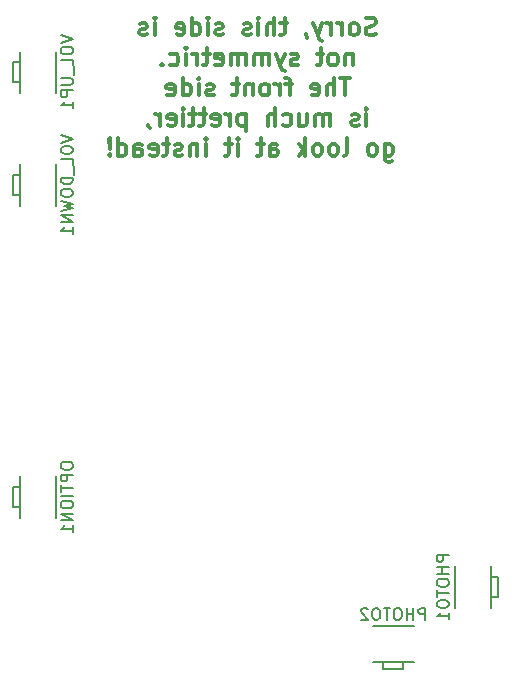
<source format=gbo>
%TF.GenerationSoftware,KiCad,Pcbnew,4.0.4-stable*%
%TF.CreationDate,2017-01-23T22:58:05+02:00*%
%TF.ProjectId,keypad_prototype,6B65797061645F70726F746F74797065,rev?*%
%TF.FileFunction,Legend,Bot*%
%FSLAX46Y46*%
G04 Gerber Fmt 4.6, Leading zero omitted, Abs format (unit mm)*
G04 Created by KiCad (PCBNEW 4.0.4-stable) date 01/23/17 22:58:05*
%MOMM*%
%LPD*%
G01*
G04 APERTURE LIST*
%ADD10C,0.100000*%
%ADD11C,0.300000*%
%ADD12C,0.150000*%
G04 APERTURE END LIST*
D10*
D11*
X178719429Y-111839143D02*
X178505143Y-111910571D01*
X178148000Y-111910571D01*
X178005143Y-111839143D01*
X177933714Y-111767714D01*
X177862286Y-111624857D01*
X177862286Y-111482000D01*
X177933714Y-111339143D01*
X178005143Y-111267714D01*
X178148000Y-111196286D01*
X178433714Y-111124857D01*
X178576572Y-111053429D01*
X178648000Y-110982000D01*
X178719429Y-110839143D01*
X178719429Y-110696286D01*
X178648000Y-110553429D01*
X178576572Y-110482000D01*
X178433714Y-110410571D01*
X178076572Y-110410571D01*
X177862286Y-110482000D01*
X177005143Y-111910571D02*
X177148001Y-111839143D01*
X177219429Y-111767714D01*
X177290858Y-111624857D01*
X177290858Y-111196286D01*
X177219429Y-111053429D01*
X177148001Y-110982000D01*
X177005143Y-110910571D01*
X176790858Y-110910571D01*
X176648001Y-110982000D01*
X176576572Y-111053429D01*
X176505143Y-111196286D01*
X176505143Y-111624857D01*
X176576572Y-111767714D01*
X176648001Y-111839143D01*
X176790858Y-111910571D01*
X177005143Y-111910571D01*
X175862286Y-111910571D02*
X175862286Y-110910571D01*
X175862286Y-111196286D02*
X175790858Y-111053429D01*
X175719429Y-110982000D01*
X175576572Y-110910571D01*
X175433715Y-110910571D01*
X174933715Y-111910571D02*
X174933715Y-110910571D01*
X174933715Y-111196286D02*
X174862287Y-111053429D01*
X174790858Y-110982000D01*
X174648001Y-110910571D01*
X174505144Y-110910571D01*
X174148001Y-110910571D02*
X173790858Y-111910571D01*
X173433716Y-110910571D02*
X173790858Y-111910571D01*
X173933716Y-112267714D01*
X174005144Y-112339143D01*
X174148001Y-112410571D01*
X172790859Y-111839143D02*
X172790859Y-111910571D01*
X172862287Y-112053429D01*
X172933716Y-112124857D01*
X171219430Y-110910571D02*
X170648001Y-110910571D01*
X171005144Y-110410571D02*
X171005144Y-111696286D01*
X170933716Y-111839143D01*
X170790858Y-111910571D01*
X170648001Y-111910571D01*
X170148001Y-111910571D02*
X170148001Y-110410571D01*
X169505144Y-111910571D02*
X169505144Y-111124857D01*
X169576573Y-110982000D01*
X169719430Y-110910571D01*
X169933715Y-110910571D01*
X170076573Y-110982000D01*
X170148001Y-111053429D01*
X168790858Y-111910571D02*
X168790858Y-110910571D01*
X168790858Y-110410571D02*
X168862287Y-110482000D01*
X168790858Y-110553429D01*
X168719430Y-110482000D01*
X168790858Y-110410571D01*
X168790858Y-110553429D01*
X168148001Y-111839143D02*
X168005144Y-111910571D01*
X167719429Y-111910571D01*
X167576572Y-111839143D01*
X167505144Y-111696286D01*
X167505144Y-111624857D01*
X167576572Y-111482000D01*
X167719429Y-111410571D01*
X167933715Y-111410571D01*
X168076572Y-111339143D01*
X168148001Y-111196286D01*
X168148001Y-111124857D01*
X168076572Y-110982000D01*
X167933715Y-110910571D01*
X167719429Y-110910571D01*
X167576572Y-110982000D01*
X165790858Y-111839143D02*
X165648001Y-111910571D01*
X165362286Y-111910571D01*
X165219429Y-111839143D01*
X165148001Y-111696286D01*
X165148001Y-111624857D01*
X165219429Y-111482000D01*
X165362286Y-111410571D01*
X165576572Y-111410571D01*
X165719429Y-111339143D01*
X165790858Y-111196286D01*
X165790858Y-111124857D01*
X165719429Y-110982000D01*
X165576572Y-110910571D01*
X165362286Y-110910571D01*
X165219429Y-110982000D01*
X164505143Y-111910571D02*
X164505143Y-110910571D01*
X164505143Y-110410571D02*
X164576572Y-110482000D01*
X164505143Y-110553429D01*
X164433715Y-110482000D01*
X164505143Y-110410571D01*
X164505143Y-110553429D01*
X163148000Y-111910571D02*
X163148000Y-110410571D01*
X163148000Y-111839143D02*
X163290857Y-111910571D01*
X163576571Y-111910571D01*
X163719429Y-111839143D01*
X163790857Y-111767714D01*
X163862286Y-111624857D01*
X163862286Y-111196286D01*
X163790857Y-111053429D01*
X163719429Y-110982000D01*
X163576571Y-110910571D01*
X163290857Y-110910571D01*
X163148000Y-110982000D01*
X161862286Y-111839143D02*
X162005143Y-111910571D01*
X162290857Y-111910571D01*
X162433714Y-111839143D01*
X162505143Y-111696286D01*
X162505143Y-111124857D01*
X162433714Y-110982000D01*
X162290857Y-110910571D01*
X162005143Y-110910571D01*
X161862286Y-110982000D01*
X161790857Y-111124857D01*
X161790857Y-111267714D01*
X162505143Y-111410571D01*
X160005143Y-111910571D02*
X160005143Y-110910571D01*
X160005143Y-110410571D02*
X160076572Y-110482000D01*
X160005143Y-110553429D01*
X159933715Y-110482000D01*
X160005143Y-110410571D01*
X160005143Y-110553429D01*
X159362286Y-111839143D02*
X159219429Y-111910571D01*
X158933714Y-111910571D01*
X158790857Y-111839143D01*
X158719429Y-111696286D01*
X158719429Y-111624857D01*
X158790857Y-111482000D01*
X158933714Y-111410571D01*
X159148000Y-111410571D01*
X159290857Y-111339143D01*
X159362286Y-111196286D01*
X159362286Y-111124857D01*
X159290857Y-110982000D01*
X159148000Y-110910571D01*
X158933714Y-110910571D01*
X158790857Y-110982000D01*
X176790857Y-113460571D02*
X176790857Y-114460571D01*
X176790857Y-113603429D02*
X176719429Y-113532000D01*
X176576571Y-113460571D01*
X176362286Y-113460571D01*
X176219429Y-113532000D01*
X176148000Y-113674857D01*
X176148000Y-114460571D01*
X175219428Y-114460571D02*
X175362286Y-114389143D01*
X175433714Y-114317714D01*
X175505143Y-114174857D01*
X175505143Y-113746286D01*
X175433714Y-113603429D01*
X175362286Y-113532000D01*
X175219428Y-113460571D01*
X175005143Y-113460571D01*
X174862286Y-113532000D01*
X174790857Y-113603429D01*
X174719428Y-113746286D01*
X174719428Y-114174857D01*
X174790857Y-114317714D01*
X174862286Y-114389143D01*
X175005143Y-114460571D01*
X175219428Y-114460571D01*
X174290857Y-113460571D02*
X173719428Y-113460571D01*
X174076571Y-112960571D02*
X174076571Y-114246286D01*
X174005143Y-114389143D01*
X173862285Y-114460571D01*
X173719428Y-114460571D01*
X172148000Y-114389143D02*
X172005143Y-114460571D01*
X171719428Y-114460571D01*
X171576571Y-114389143D01*
X171505143Y-114246286D01*
X171505143Y-114174857D01*
X171576571Y-114032000D01*
X171719428Y-113960571D01*
X171933714Y-113960571D01*
X172076571Y-113889143D01*
X172148000Y-113746286D01*
X172148000Y-113674857D01*
X172076571Y-113532000D01*
X171933714Y-113460571D01*
X171719428Y-113460571D01*
X171576571Y-113532000D01*
X171005142Y-113460571D02*
X170647999Y-114460571D01*
X170290857Y-113460571D02*
X170647999Y-114460571D01*
X170790857Y-114817714D01*
X170862285Y-114889143D01*
X171005142Y-114960571D01*
X169719428Y-114460571D02*
X169719428Y-113460571D01*
X169719428Y-113603429D02*
X169648000Y-113532000D01*
X169505142Y-113460571D01*
X169290857Y-113460571D01*
X169148000Y-113532000D01*
X169076571Y-113674857D01*
X169076571Y-114460571D01*
X169076571Y-113674857D02*
X169005142Y-113532000D01*
X168862285Y-113460571D01*
X168648000Y-113460571D01*
X168505142Y-113532000D01*
X168433714Y-113674857D01*
X168433714Y-114460571D01*
X167719428Y-114460571D02*
X167719428Y-113460571D01*
X167719428Y-113603429D02*
X167648000Y-113532000D01*
X167505142Y-113460571D01*
X167290857Y-113460571D01*
X167148000Y-113532000D01*
X167076571Y-113674857D01*
X167076571Y-114460571D01*
X167076571Y-113674857D02*
X167005142Y-113532000D01*
X166862285Y-113460571D01*
X166648000Y-113460571D01*
X166505142Y-113532000D01*
X166433714Y-113674857D01*
X166433714Y-114460571D01*
X165148000Y-114389143D02*
X165290857Y-114460571D01*
X165576571Y-114460571D01*
X165719428Y-114389143D01*
X165790857Y-114246286D01*
X165790857Y-113674857D01*
X165719428Y-113532000D01*
X165576571Y-113460571D01*
X165290857Y-113460571D01*
X165148000Y-113532000D01*
X165076571Y-113674857D01*
X165076571Y-113817714D01*
X165790857Y-113960571D01*
X164648000Y-113460571D02*
X164076571Y-113460571D01*
X164433714Y-112960571D02*
X164433714Y-114246286D01*
X164362286Y-114389143D01*
X164219428Y-114460571D01*
X164076571Y-114460571D01*
X163576571Y-114460571D02*
X163576571Y-113460571D01*
X163576571Y-113746286D02*
X163505143Y-113603429D01*
X163433714Y-113532000D01*
X163290857Y-113460571D01*
X163148000Y-113460571D01*
X162648000Y-114460571D02*
X162648000Y-113460571D01*
X162648000Y-112960571D02*
X162719429Y-113032000D01*
X162648000Y-113103429D01*
X162576572Y-113032000D01*
X162648000Y-112960571D01*
X162648000Y-113103429D01*
X161290857Y-114389143D02*
X161433714Y-114460571D01*
X161719428Y-114460571D01*
X161862286Y-114389143D01*
X161933714Y-114317714D01*
X162005143Y-114174857D01*
X162005143Y-113746286D01*
X161933714Y-113603429D01*
X161862286Y-113532000D01*
X161719428Y-113460571D01*
X161433714Y-113460571D01*
X161290857Y-113532000D01*
X160648000Y-114317714D02*
X160576572Y-114389143D01*
X160648000Y-114460571D01*
X160719429Y-114389143D01*
X160648000Y-114317714D01*
X160648000Y-114460571D01*
X176576571Y-115510571D02*
X175719428Y-115510571D01*
X176147999Y-117010571D02*
X176147999Y-115510571D01*
X175219428Y-117010571D02*
X175219428Y-115510571D01*
X174576571Y-117010571D02*
X174576571Y-116224857D01*
X174648000Y-116082000D01*
X174790857Y-116010571D01*
X175005142Y-116010571D01*
X175148000Y-116082000D01*
X175219428Y-116153429D01*
X173290857Y-116939143D02*
X173433714Y-117010571D01*
X173719428Y-117010571D01*
X173862285Y-116939143D01*
X173933714Y-116796286D01*
X173933714Y-116224857D01*
X173862285Y-116082000D01*
X173719428Y-116010571D01*
X173433714Y-116010571D01*
X173290857Y-116082000D01*
X173219428Y-116224857D01*
X173219428Y-116367714D01*
X173933714Y-116510571D01*
X171648000Y-116010571D02*
X171076571Y-116010571D01*
X171433714Y-117010571D02*
X171433714Y-115724857D01*
X171362286Y-115582000D01*
X171219428Y-115510571D01*
X171076571Y-115510571D01*
X170576571Y-117010571D02*
X170576571Y-116010571D01*
X170576571Y-116296286D02*
X170505143Y-116153429D01*
X170433714Y-116082000D01*
X170290857Y-116010571D01*
X170148000Y-116010571D01*
X169433714Y-117010571D02*
X169576572Y-116939143D01*
X169648000Y-116867714D01*
X169719429Y-116724857D01*
X169719429Y-116296286D01*
X169648000Y-116153429D01*
X169576572Y-116082000D01*
X169433714Y-116010571D01*
X169219429Y-116010571D01*
X169076572Y-116082000D01*
X169005143Y-116153429D01*
X168933714Y-116296286D01*
X168933714Y-116724857D01*
X169005143Y-116867714D01*
X169076572Y-116939143D01*
X169219429Y-117010571D01*
X169433714Y-117010571D01*
X168290857Y-116010571D02*
X168290857Y-117010571D01*
X168290857Y-116153429D02*
X168219429Y-116082000D01*
X168076571Y-116010571D01*
X167862286Y-116010571D01*
X167719429Y-116082000D01*
X167648000Y-116224857D01*
X167648000Y-117010571D01*
X167148000Y-116010571D02*
X166576571Y-116010571D01*
X166933714Y-115510571D02*
X166933714Y-116796286D01*
X166862286Y-116939143D01*
X166719428Y-117010571D01*
X166576571Y-117010571D01*
X165005143Y-116939143D02*
X164862286Y-117010571D01*
X164576571Y-117010571D01*
X164433714Y-116939143D01*
X164362286Y-116796286D01*
X164362286Y-116724857D01*
X164433714Y-116582000D01*
X164576571Y-116510571D01*
X164790857Y-116510571D01*
X164933714Y-116439143D01*
X165005143Y-116296286D01*
X165005143Y-116224857D01*
X164933714Y-116082000D01*
X164790857Y-116010571D01*
X164576571Y-116010571D01*
X164433714Y-116082000D01*
X163719428Y-117010571D02*
X163719428Y-116010571D01*
X163719428Y-115510571D02*
X163790857Y-115582000D01*
X163719428Y-115653429D01*
X163648000Y-115582000D01*
X163719428Y-115510571D01*
X163719428Y-115653429D01*
X162362285Y-117010571D02*
X162362285Y-115510571D01*
X162362285Y-116939143D02*
X162505142Y-117010571D01*
X162790856Y-117010571D01*
X162933714Y-116939143D01*
X163005142Y-116867714D01*
X163076571Y-116724857D01*
X163076571Y-116296286D01*
X163005142Y-116153429D01*
X162933714Y-116082000D01*
X162790856Y-116010571D01*
X162505142Y-116010571D01*
X162362285Y-116082000D01*
X161076571Y-116939143D02*
X161219428Y-117010571D01*
X161505142Y-117010571D01*
X161647999Y-116939143D01*
X161719428Y-116796286D01*
X161719428Y-116224857D01*
X161647999Y-116082000D01*
X161505142Y-116010571D01*
X161219428Y-116010571D01*
X161076571Y-116082000D01*
X161005142Y-116224857D01*
X161005142Y-116367714D01*
X161719428Y-116510571D01*
X177933714Y-119560571D02*
X177933714Y-118560571D01*
X177933714Y-118060571D02*
X178005143Y-118132000D01*
X177933714Y-118203429D01*
X177862286Y-118132000D01*
X177933714Y-118060571D01*
X177933714Y-118203429D01*
X177290857Y-119489143D02*
X177148000Y-119560571D01*
X176862285Y-119560571D01*
X176719428Y-119489143D01*
X176648000Y-119346286D01*
X176648000Y-119274857D01*
X176719428Y-119132000D01*
X176862285Y-119060571D01*
X177076571Y-119060571D01*
X177219428Y-118989143D01*
X177290857Y-118846286D01*
X177290857Y-118774857D01*
X177219428Y-118632000D01*
X177076571Y-118560571D01*
X176862285Y-118560571D01*
X176719428Y-118632000D01*
X174862285Y-119560571D02*
X174862285Y-118560571D01*
X174862285Y-118703429D02*
X174790857Y-118632000D01*
X174647999Y-118560571D01*
X174433714Y-118560571D01*
X174290857Y-118632000D01*
X174219428Y-118774857D01*
X174219428Y-119560571D01*
X174219428Y-118774857D02*
X174147999Y-118632000D01*
X174005142Y-118560571D01*
X173790857Y-118560571D01*
X173647999Y-118632000D01*
X173576571Y-118774857D01*
X173576571Y-119560571D01*
X172219428Y-118560571D02*
X172219428Y-119560571D01*
X172862285Y-118560571D02*
X172862285Y-119346286D01*
X172790857Y-119489143D01*
X172647999Y-119560571D01*
X172433714Y-119560571D01*
X172290857Y-119489143D01*
X172219428Y-119417714D01*
X170862285Y-119489143D02*
X171005142Y-119560571D01*
X171290856Y-119560571D01*
X171433714Y-119489143D01*
X171505142Y-119417714D01*
X171576571Y-119274857D01*
X171576571Y-118846286D01*
X171505142Y-118703429D01*
X171433714Y-118632000D01*
X171290856Y-118560571D01*
X171005142Y-118560571D01*
X170862285Y-118632000D01*
X170219428Y-119560571D02*
X170219428Y-118060571D01*
X169576571Y-119560571D02*
X169576571Y-118774857D01*
X169648000Y-118632000D01*
X169790857Y-118560571D01*
X170005142Y-118560571D01*
X170148000Y-118632000D01*
X170219428Y-118703429D01*
X167719428Y-118560571D02*
X167719428Y-120060571D01*
X167719428Y-118632000D02*
X167576571Y-118560571D01*
X167290857Y-118560571D01*
X167148000Y-118632000D01*
X167076571Y-118703429D01*
X167005142Y-118846286D01*
X167005142Y-119274857D01*
X167076571Y-119417714D01*
X167148000Y-119489143D01*
X167290857Y-119560571D01*
X167576571Y-119560571D01*
X167719428Y-119489143D01*
X166362285Y-119560571D02*
X166362285Y-118560571D01*
X166362285Y-118846286D02*
X166290857Y-118703429D01*
X166219428Y-118632000D01*
X166076571Y-118560571D01*
X165933714Y-118560571D01*
X164862286Y-119489143D02*
X165005143Y-119560571D01*
X165290857Y-119560571D01*
X165433714Y-119489143D01*
X165505143Y-119346286D01*
X165505143Y-118774857D01*
X165433714Y-118632000D01*
X165290857Y-118560571D01*
X165005143Y-118560571D01*
X164862286Y-118632000D01*
X164790857Y-118774857D01*
X164790857Y-118917714D01*
X165505143Y-119060571D01*
X164362286Y-118560571D02*
X163790857Y-118560571D01*
X164148000Y-118060571D02*
X164148000Y-119346286D01*
X164076572Y-119489143D01*
X163933714Y-119560571D01*
X163790857Y-119560571D01*
X163505143Y-118560571D02*
X162933714Y-118560571D01*
X163290857Y-118060571D02*
X163290857Y-119346286D01*
X163219429Y-119489143D01*
X163076571Y-119560571D01*
X162933714Y-119560571D01*
X162433714Y-119560571D02*
X162433714Y-118560571D01*
X162433714Y-118060571D02*
X162505143Y-118132000D01*
X162433714Y-118203429D01*
X162362286Y-118132000D01*
X162433714Y-118060571D01*
X162433714Y-118203429D01*
X161148000Y-119489143D02*
X161290857Y-119560571D01*
X161576571Y-119560571D01*
X161719428Y-119489143D01*
X161790857Y-119346286D01*
X161790857Y-118774857D01*
X161719428Y-118632000D01*
X161576571Y-118560571D01*
X161290857Y-118560571D01*
X161148000Y-118632000D01*
X161076571Y-118774857D01*
X161076571Y-118917714D01*
X161790857Y-119060571D01*
X160433714Y-119560571D02*
X160433714Y-118560571D01*
X160433714Y-118846286D02*
X160362286Y-118703429D01*
X160290857Y-118632000D01*
X160148000Y-118560571D01*
X160005143Y-118560571D01*
X159433715Y-119489143D02*
X159433715Y-119560571D01*
X159505143Y-119703429D01*
X159576572Y-119774857D01*
X179469429Y-121110571D02*
X179469429Y-122324857D01*
X179540858Y-122467714D01*
X179612286Y-122539143D01*
X179755143Y-122610571D01*
X179969429Y-122610571D01*
X180112286Y-122539143D01*
X179469429Y-122039143D02*
X179612286Y-122110571D01*
X179898000Y-122110571D01*
X180040858Y-122039143D01*
X180112286Y-121967714D01*
X180183715Y-121824857D01*
X180183715Y-121396286D01*
X180112286Y-121253429D01*
X180040858Y-121182000D01*
X179898000Y-121110571D01*
X179612286Y-121110571D01*
X179469429Y-121182000D01*
X178540857Y-122110571D02*
X178683715Y-122039143D01*
X178755143Y-121967714D01*
X178826572Y-121824857D01*
X178826572Y-121396286D01*
X178755143Y-121253429D01*
X178683715Y-121182000D01*
X178540857Y-121110571D01*
X178326572Y-121110571D01*
X178183715Y-121182000D01*
X178112286Y-121253429D01*
X178040857Y-121396286D01*
X178040857Y-121824857D01*
X178112286Y-121967714D01*
X178183715Y-122039143D01*
X178326572Y-122110571D01*
X178540857Y-122110571D01*
X176040857Y-122110571D02*
X176183715Y-122039143D01*
X176255143Y-121896286D01*
X176255143Y-120610571D01*
X175255143Y-122110571D02*
X175398001Y-122039143D01*
X175469429Y-121967714D01*
X175540858Y-121824857D01*
X175540858Y-121396286D01*
X175469429Y-121253429D01*
X175398001Y-121182000D01*
X175255143Y-121110571D01*
X175040858Y-121110571D01*
X174898001Y-121182000D01*
X174826572Y-121253429D01*
X174755143Y-121396286D01*
X174755143Y-121824857D01*
X174826572Y-121967714D01*
X174898001Y-122039143D01*
X175040858Y-122110571D01*
X175255143Y-122110571D01*
X173898000Y-122110571D02*
X174040858Y-122039143D01*
X174112286Y-121967714D01*
X174183715Y-121824857D01*
X174183715Y-121396286D01*
X174112286Y-121253429D01*
X174040858Y-121182000D01*
X173898000Y-121110571D01*
X173683715Y-121110571D01*
X173540858Y-121182000D01*
X173469429Y-121253429D01*
X173398000Y-121396286D01*
X173398000Y-121824857D01*
X173469429Y-121967714D01*
X173540858Y-122039143D01*
X173683715Y-122110571D01*
X173898000Y-122110571D01*
X172755143Y-122110571D02*
X172755143Y-120610571D01*
X172612286Y-121539143D02*
X172183715Y-122110571D01*
X172183715Y-121110571D02*
X172755143Y-121682000D01*
X169755143Y-122110571D02*
X169755143Y-121324857D01*
X169826572Y-121182000D01*
X169969429Y-121110571D01*
X170255143Y-121110571D01*
X170398000Y-121182000D01*
X169755143Y-122039143D02*
X169898000Y-122110571D01*
X170255143Y-122110571D01*
X170398000Y-122039143D01*
X170469429Y-121896286D01*
X170469429Y-121753429D01*
X170398000Y-121610571D01*
X170255143Y-121539143D01*
X169898000Y-121539143D01*
X169755143Y-121467714D01*
X169255143Y-121110571D02*
X168683714Y-121110571D01*
X169040857Y-120610571D02*
X169040857Y-121896286D01*
X168969429Y-122039143D01*
X168826571Y-122110571D01*
X168683714Y-122110571D01*
X167040857Y-122110571D02*
X167040857Y-121110571D01*
X167040857Y-120610571D02*
X167112286Y-120682000D01*
X167040857Y-120753429D01*
X166969429Y-120682000D01*
X167040857Y-120610571D01*
X167040857Y-120753429D01*
X166540857Y-121110571D02*
X165969428Y-121110571D01*
X166326571Y-120610571D02*
X166326571Y-121896286D01*
X166255143Y-122039143D01*
X166112285Y-122110571D01*
X165969428Y-122110571D01*
X164326571Y-122110571D02*
X164326571Y-121110571D01*
X164326571Y-120610571D02*
X164398000Y-120682000D01*
X164326571Y-120753429D01*
X164255143Y-120682000D01*
X164326571Y-120610571D01*
X164326571Y-120753429D01*
X163612285Y-121110571D02*
X163612285Y-122110571D01*
X163612285Y-121253429D02*
X163540857Y-121182000D01*
X163397999Y-121110571D01*
X163183714Y-121110571D01*
X163040857Y-121182000D01*
X162969428Y-121324857D01*
X162969428Y-122110571D01*
X162326571Y-122039143D02*
X162183714Y-122110571D01*
X161897999Y-122110571D01*
X161755142Y-122039143D01*
X161683714Y-121896286D01*
X161683714Y-121824857D01*
X161755142Y-121682000D01*
X161897999Y-121610571D01*
X162112285Y-121610571D01*
X162255142Y-121539143D01*
X162326571Y-121396286D01*
X162326571Y-121324857D01*
X162255142Y-121182000D01*
X162112285Y-121110571D01*
X161897999Y-121110571D01*
X161755142Y-121182000D01*
X161255142Y-121110571D02*
X160683713Y-121110571D01*
X161040856Y-120610571D02*
X161040856Y-121896286D01*
X160969428Y-122039143D01*
X160826570Y-122110571D01*
X160683713Y-122110571D01*
X159612285Y-122039143D02*
X159755142Y-122110571D01*
X160040856Y-122110571D01*
X160183713Y-122039143D01*
X160255142Y-121896286D01*
X160255142Y-121324857D01*
X160183713Y-121182000D01*
X160040856Y-121110571D01*
X159755142Y-121110571D01*
X159612285Y-121182000D01*
X159540856Y-121324857D01*
X159540856Y-121467714D01*
X160255142Y-121610571D01*
X158255142Y-122110571D02*
X158255142Y-121324857D01*
X158326571Y-121182000D01*
X158469428Y-121110571D01*
X158755142Y-121110571D01*
X158897999Y-121182000D01*
X158255142Y-122039143D02*
X158397999Y-122110571D01*
X158755142Y-122110571D01*
X158897999Y-122039143D01*
X158969428Y-121896286D01*
X158969428Y-121753429D01*
X158897999Y-121610571D01*
X158755142Y-121539143D01*
X158397999Y-121539143D01*
X158255142Y-121467714D01*
X156897999Y-122110571D02*
X156897999Y-120610571D01*
X156897999Y-122039143D02*
X157040856Y-122110571D01*
X157326570Y-122110571D01*
X157469428Y-122039143D01*
X157540856Y-121967714D01*
X157612285Y-121824857D01*
X157612285Y-121396286D01*
X157540856Y-121253429D01*
X157469428Y-121182000D01*
X157326570Y-121110571D01*
X157040856Y-121110571D01*
X156897999Y-121182000D01*
X156183713Y-121967714D02*
X156112285Y-122039143D01*
X156183713Y-122110571D01*
X156255142Y-122039143D01*
X156183713Y-121967714D01*
X156183713Y-122110571D01*
X156183713Y-121539143D02*
X156255142Y-120682000D01*
X156183713Y-120610571D01*
X156112285Y-120682000D01*
X156183713Y-121539143D01*
X156183713Y-120610571D01*
D12*
X148564000Y-150153000D02*
X148014000Y-150153000D01*
X148014000Y-150153000D02*
X148014000Y-151853000D01*
X148014000Y-151853000D02*
X148564000Y-151853000D01*
X151664000Y-152753000D02*
X151664000Y-149253000D01*
X148564000Y-149253000D02*
X148564000Y-152753000D01*
X188494000Y-159473000D02*
X189044000Y-159473000D01*
X189044000Y-159473000D02*
X189044000Y-157773000D01*
X189044000Y-157773000D02*
X188494000Y-157773000D01*
X185394000Y-156873000D02*
X185394000Y-160373000D01*
X188494000Y-160373000D02*
X188494000Y-156873000D01*
X179363000Y-164999000D02*
X179363000Y-165549000D01*
X179363000Y-165549000D02*
X181063000Y-165549000D01*
X181063000Y-165549000D02*
X181063000Y-164999000D01*
X181963000Y-161899000D02*
X178463000Y-161899000D01*
X178463000Y-164999000D02*
X181963000Y-164999000D01*
X148564000Y-123737000D02*
X148014000Y-123737000D01*
X148014000Y-123737000D02*
X148014000Y-125437000D01*
X148014000Y-125437000D02*
X148564000Y-125437000D01*
X151664000Y-126337000D02*
X151664000Y-122837000D01*
X148564000Y-122837000D02*
X148564000Y-126337000D01*
X148564000Y-114212000D02*
X148014000Y-114212000D01*
X148014000Y-114212000D02*
X148014000Y-115912000D01*
X148014000Y-115912000D02*
X148564000Y-115912000D01*
X151664000Y-116812000D02*
X151664000Y-113312000D01*
X148564000Y-113312000D02*
X148564000Y-116812000D01*
X152066381Y-148264905D02*
X152066381Y-148455382D01*
X152114000Y-148550620D01*
X152209238Y-148645858D01*
X152399714Y-148693477D01*
X152733048Y-148693477D01*
X152923524Y-148645858D01*
X153018762Y-148550620D01*
X153066381Y-148455382D01*
X153066381Y-148264905D01*
X153018762Y-148169667D01*
X152923524Y-148074429D01*
X152733048Y-148026810D01*
X152399714Y-148026810D01*
X152209238Y-148074429D01*
X152114000Y-148169667D01*
X152066381Y-148264905D01*
X153066381Y-149122048D02*
X152066381Y-149122048D01*
X152066381Y-149503001D01*
X152114000Y-149598239D01*
X152161619Y-149645858D01*
X152256857Y-149693477D01*
X152399714Y-149693477D01*
X152494952Y-149645858D01*
X152542571Y-149598239D01*
X152590190Y-149503001D01*
X152590190Y-149122048D01*
X152066381Y-149979191D02*
X152066381Y-150550620D01*
X153066381Y-150264905D02*
X152066381Y-150264905D01*
X153066381Y-150883953D02*
X152066381Y-150883953D01*
X152066381Y-151550619D02*
X152066381Y-151741096D01*
X152114000Y-151836334D01*
X152209238Y-151931572D01*
X152399714Y-151979191D01*
X152733048Y-151979191D01*
X152923524Y-151931572D01*
X153018762Y-151836334D01*
X153066381Y-151741096D01*
X153066381Y-151550619D01*
X153018762Y-151455381D01*
X152923524Y-151360143D01*
X152733048Y-151312524D01*
X152399714Y-151312524D01*
X152209238Y-151360143D01*
X152114000Y-151455381D01*
X152066381Y-151550619D01*
X153066381Y-152407762D02*
X152066381Y-152407762D01*
X153066381Y-152979191D01*
X152066381Y-152979191D01*
X153066381Y-153979191D02*
X153066381Y-153407762D01*
X153066381Y-153693476D02*
X152066381Y-153693476D01*
X152209238Y-153598238D01*
X152304476Y-153503000D01*
X152352095Y-153407762D01*
X184896381Y-155932524D02*
X183896381Y-155932524D01*
X183896381Y-156313477D01*
X183944000Y-156408715D01*
X183991619Y-156456334D01*
X184086857Y-156503953D01*
X184229714Y-156503953D01*
X184324952Y-156456334D01*
X184372571Y-156408715D01*
X184420190Y-156313477D01*
X184420190Y-155932524D01*
X184896381Y-156932524D02*
X183896381Y-156932524D01*
X184372571Y-156932524D02*
X184372571Y-157503953D01*
X184896381Y-157503953D02*
X183896381Y-157503953D01*
X183896381Y-158170619D02*
X183896381Y-158361096D01*
X183944000Y-158456334D01*
X184039238Y-158551572D01*
X184229714Y-158599191D01*
X184563048Y-158599191D01*
X184753524Y-158551572D01*
X184848762Y-158456334D01*
X184896381Y-158361096D01*
X184896381Y-158170619D01*
X184848762Y-158075381D01*
X184753524Y-157980143D01*
X184563048Y-157932524D01*
X184229714Y-157932524D01*
X184039238Y-157980143D01*
X183944000Y-158075381D01*
X183896381Y-158170619D01*
X183896381Y-158884905D02*
X183896381Y-159456334D01*
X184896381Y-159170619D02*
X183896381Y-159170619D01*
X183896381Y-159980143D02*
X183896381Y-160170620D01*
X183944000Y-160265858D01*
X184039238Y-160361096D01*
X184229714Y-160408715D01*
X184563048Y-160408715D01*
X184753524Y-160361096D01*
X184848762Y-160265858D01*
X184896381Y-160170620D01*
X184896381Y-159980143D01*
X184848762Y-159884905D01*
X184753524Y-159789667D01*
X184563048Y-159742048D01*
X184229714Y-159742048D01*
X184039238Y-159789667D01*
X183944000Y-159884905D01*
X183896381Y-159980143D01*
X184896381Y-161361096D02*
X184896381Y-160789667D01*
X184896381Y-161075381D02*
X183896381Y-161075381D01*
X184039238Y-160980143D01*
X184134476Y-160884905D01*
X184182095Y-160789667D01*
X182903476Y-161401381D02*
X182903476Y-160401381D01*
X182522523Y-160401381D01*
X182427285Y-160449000D01*
X182379666Y-160496619D01*
X182332047Y-160591857D01*
X182332047Y-160734714D01*
X182379666Y-160829952D01*
X182427285Y-160877571D01*
X182522523Y-160925190D01*
X182903476Y-160925190D01*
X181903476Y-161401381D02*
X181903476Y-160401381D01*
X181903476Y-160877571D02*
X181332047Y-160877571D01*
X181332047Y-161401381D02*
X181332047Y-160401381D01*
X180665381Y-160401381D02*
X180474904Y-160401381D01*
X180379666Y-160449000D01*
X180284428Y-160544238D01*
X180236809Y-160734714D01*
X180236809Y-161068048D01*
X180284428Y-161258524D01*
X180379666Y-161353762D01*
X180474904Y-161401381D01*
X180665381Y-161401381D01*
X180760619Y-161353762D01*
X180855857Y-161258524D01*
X180903476Y-161068048D01*
X180903476Y-160734714D01*
X180855857Y-160544238D01*
X180760619Y-160449000D01*
X180665381Y-160401381D01*
X179951095Y-160401381D02*
X179379666Y-160401381D01*
X179665381Y-161401381D02*
X179665381Y-160401381D01*
X178855857Y-160401381D02*
X178665380Y-160401381D01*
X178570142Y-160449000D01*
X178474904Y-160544238D01*
X178427285Y-160734714D01*
X178427285Y-161068048D01*
X178474904Y-161258524D01*
X178570142Y-161353762D01*
X178665380Y-161401381D01*
X178855857Y-161401381D01*
X178951095Y-161353762D01*
X179046333Y-161258524D01*
X179093952Y-161068048D01*
X179093952Y-160734714D01*
X179046333Y-160544238D01*
X178951095Y-160449000D01*
X178855857Y-160401381D01*
X178046333Y-160496619D02*
X177998714Y-160449000D01*
X177903476Y-160401381D01*
X177665380Y-160401381D01*
X177570142Y-160449000D01*
X177522523Y-160496619D01*
X177474904Y-160591857D01*
X177474904Y-160687095D01*
X177522523Y-160829952D01*
X178093952Y-161401381D01*
X177474904Y-161401381D01*
X152066381Y-120348905D02*
X153066381Y-120682238D01*
X152066381Y-121015572D01*
X152066381Y-121539381D02*
X152066381Y-121729858D01*
X152114000Y-121825096D01*
X152209238Y-121920334D01*
X152399714Y-121967953D01*
X152733048Y-121967953D01*
X152923524Y-121920334D01*
X153018762Y-121825096D01*
X153066381Y-121729858D01*
X153066381Y-121539381D01*
X153018762Y-121444143D01*
X152923524Y-121348905D01*
X152733048Y-121301286D01*
X152399714Y-121301286D01*
X152209238Y-121348905D01*
X152114000Y-121444143D01*
X152066381Y-121539381D01*
X153066381Y-122872715D02*
X153066381Y-122396524D01*
X152066381Y-122396524D01*
X153161619Y-122967953D02*
X153161619Y-123729858D01*
X153066381Y-123967953D02*
X152066381Y-123967953D01*
X152066381Y-124206048D01*
X152114000Y-124348906D01*
X152209238Y-124444144D01*
X152304476Y-124491763D01*
X152494952Y-124539382D01*
X152637810Y-124539382D01*
X152828286Y-124491763D01*
X152923524Y-124444144D01*
X153018762Y-124348906D01*
X153066381Y-124206048D01*
X153066381Y-123967953D01*
X152066381Y-125158429D02*
X152066381Y-125348906D01*
X152114000Y-125444144D01*
X152209238Y-125539382D01*
X152399714Y-125587001D01*
X152733048Y-125587001D01*
X152923524Y-125539382D01*
X153018762Y-125444144D01*
X153066381Y-125348906D01*
X153066381Y-125158429D01*
X153018762Y-125063191D01*
X152923524Y-124967953D01*
X152733048Y-124920334D01*
X152399714Y-124920334D01*
X152209238Y-124967953D01*
X152114000Y-125063191D01*
X152066381Y-125158429D01*
X152066381Y-125920334D02*
X153066381Y-126158429D01*
X152352095Y-126348906D01*
X153066381Y-126539382D01*
X152066381Y-126777477D01*
X153066381Y-127158429D02*
X152066381Y-127158429D01*
X153066381Y-127729858D01*
X152066381Y-127729858D01*
X153066381Y-128729858D02*
X153066381Y-128158429D01*
X153066381Y-128444143D02*
X152066381Y-128444143D01*
X152209238Y-128348905D01*
X152304476Y-128253667D01*
X152352095Y-128158429D01*
X152066381Y-111919143D02*
X153066381Y-112252476D01*
X152066381Y-112585810D01*
X152066381Y-113109619D02*
X152066381Y-113300096D01*
X152114000Y-113395334D01*
X152209238Y-113490572D01*
X152399714Y-113538191D01*
X152733048Y-113538191D01*
X152923524Y-113490572D01*
X153018762Y-113395334D01*
X153066381Y-113300096D01*
X153066381Y-113109619D01*
X153018762Y-113014381D01*
X152923524Y-112919143D01*
X152733048Y-112871524D01*
X152399714Y-112871524D01*
X152209238Y-112919143D01*
X152114000Y-113014381D01*
X152066381Y-113109619D01*
X153066381Y-114442953D02*
X153066381Y-113966762D01*
X152066381Y-113966762D01*
X153161619Y-114538191D02*
X153161619Y-115300096D01*
X152066381Y-115538191D02*
X152875905Y-115538191D01*
X152971143Y-115585810D01*
X153018762Y-115633429D01*
X153066381Y-115728667D01*
X153066381Y-115919144D01*
X153018762Y-116014382D01*
X152971143Y-116062001D01*
X152875905Y-116109620D01*
X152066381Y-116109620D01*
X153066381Y-116585810D02*
X152066381Y-116585810D01*
X152066381Y-116966763D01*
X152114000Y-117062001D01*
X152161619Y-117109620D01*
X152256857Y-117157239D01*
X152399714Y-117157239D01*
X152494952Y-117109620D01*
X152542571Y-117062001D01*
X152590190Y-116966763D01*
X152590190Y-116585810D01*
X153066381Y-118109620D02*
X153066381Y-117538191D01*
X153066381Y-117823905D02*
X152066381Y-117823905D01*
X152209238Y-117728667D01*
X152304476Y-117633429D01*
X152352095Y-117538191D01*
M02*

</source>
